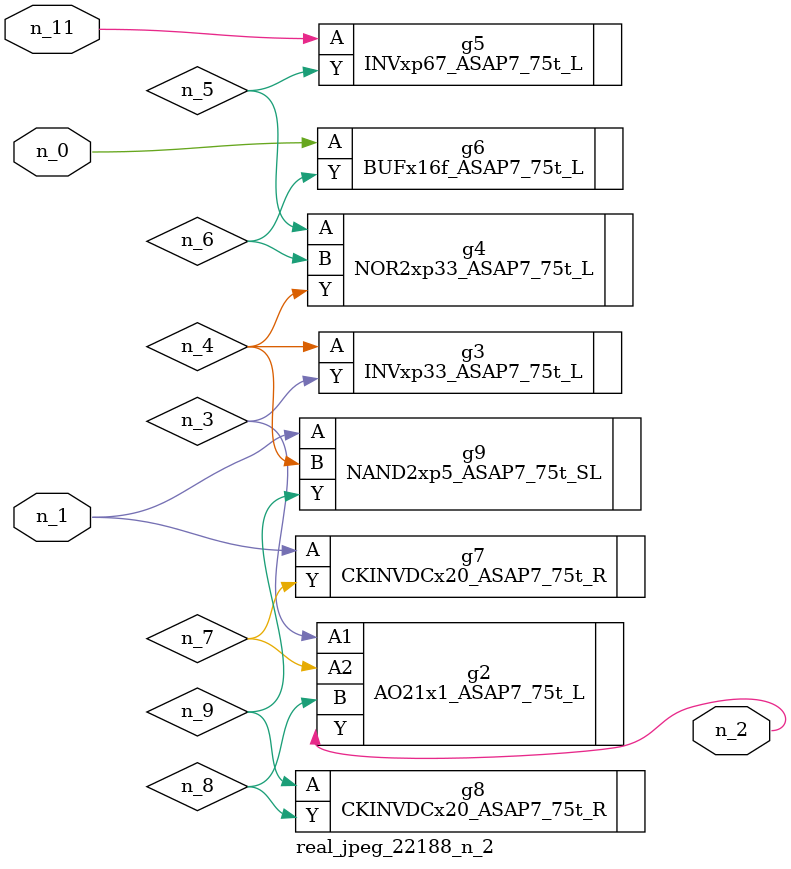
<source format=v>
module real_jpeg_22188_n_2 (n_1, n_11, n_0, n_2);

input n_1;
input n_11;
input n_0;

output n_2;

wire n_5;
wire n_4;
wire n_8;
wire n_6;
wire n_7;
wire n_3;
wire n_9;

BUFx16f_ASAP7_75t_L g6 ( 
.A(n_0),
.Y(n_6)
);

CKINVDCx20_ASAP7_75t_R g7 ( 
.A(n_1),
.Y(n_7)
);

NAND2xp5_ASAP7_75t_SL g9 ( 
.A(n_1),
.B(n_4),
.Y(n_9)
);

AO21x1_ASAP7_75t_L g2 ( 
.A1(n_3),
.A2(n_7),
.B(n_8),
.Y(n_2)
);

INVxp33_ASAP7_75t_L g3 ( 
.A(n_4),
.Y(n_3)
);

NOR2xp33_ASAP7_75t_L g4 ( 
.A(n_5),
.B(n_6),
.Y(n_4)
);

CKINVDCx20_ASAP7_75t_R g8 ( 
.A(n_9),
.Y(n_8)
);

INVxp67_ASAP7_75t_L g5 ( 
.A(n_11),
.Y(n_5)
);


endmodule
</source>
